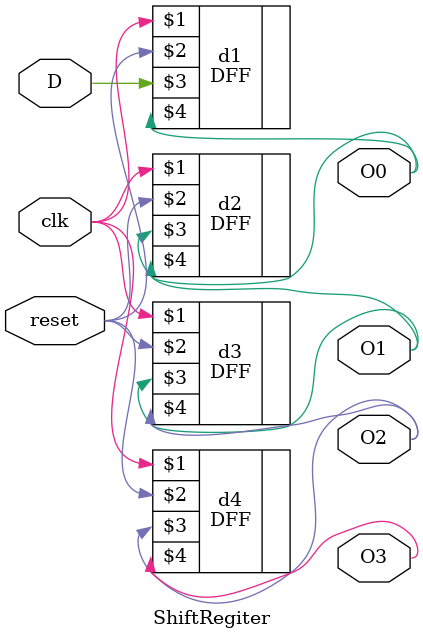
<source format=v>
`timescale 1ns / 1ps
module ShiftRegiter(
input wire clk, reset, 
input wire D,
output wire O3, O2, O1, O0 );
DFF d1 (clk, reset, D, O0);
DFF d2 (clk, reset, O0, O1);
DFF d3 (clk, reset, O1, O2);
DFF d4 (clk, reset, O2, O3);
endmodule

</source>
